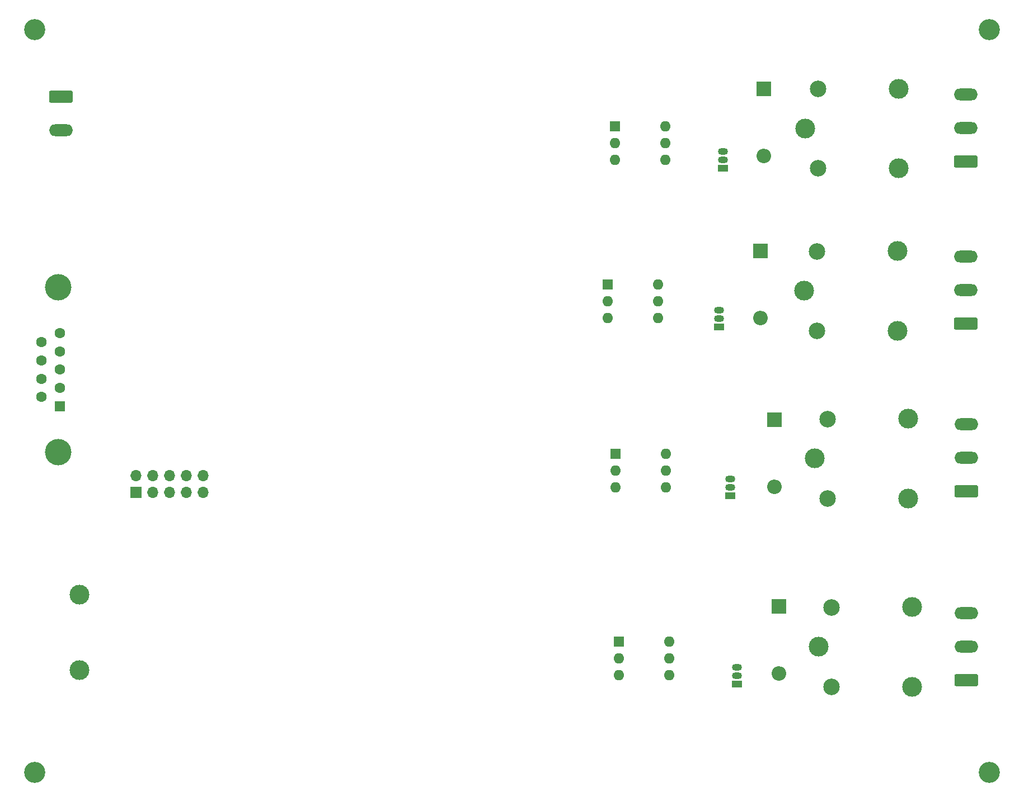
<source format=gbr>
%TF.GenerationSoftware,KiCad,Pcbnew,7.0.10*%
%TF.CreationDate,2025-05-21T01:52:54+02:00*%
%TF.ProjectId,LoadController,4c6f6164-436f-46e7-9472-6f6c6c65722e,rev?*%
%TF.SameCoordinates,Original*%
%TF.FileFunction,Soldermask,Bot*%
%TF.FilePolarity,Negative*%
%FSLAX46Y46*%
G04 Gerber Fmt 4.6, Leading zero omitted, Abs format (unit mm)*
G04 Created by KiCad (PCBNEW 7.0.10) date 2025-05-21 01:52:54*
%MOMM*%
%LPD*%
G01*
G04 APERTURE LIST*
G04 Aperture macros list*
%AMRoundRect*
0 Rectangle with rounded corners*
0 $1 Rounding radius*
0 $2 $3 $4 $5 $6 $7 $8 $9 X,Y pos of 4 corners*
0 Add a 4 corners polygon primitive as box body*
4,1,4,$2,$3,$4,$5,$6,$7,$8,$9,$2,$3,0*
0 Add four circle primitives for the rounded corners*
1,1,$1+$1,$2,$3*
1,1,$1+$1,$4,$5*
1,1,$1+$1,$6,$7*
1,1,$1+$1,$8,$9*
0 Add four rect primitives between the rounded corners*
20,1,$1+$1,$2,$3,$4,$5,0*
20,1,$1+$1,$4,$5,$6,$7,0*
20,1,$1+$1,$6,$7,$8,$9,0*
20,1,$1+$1,$8,$9,$2,$3,0*%
G04 Aperture macros list end*
%ADD10C,3.200000*%
%ADD11R,1.600000X1.600000*%
%ADD12O,1.600000X1.600000*%
%ADD13R,2.200000X2.200000*%
%ADD14O,2.200000X2.200000*%
%ADD15O,1.700000X1.700000*%
%ADD16R,1.700000X1.700000*%
%ADD17RoundRect,0.250000X1.550000X-0.650000X1.550000X0.650000X-1.550000X0.650000X-1.550000X-0.650000X0*%
%ADD18O,3.600000X1.800000*%
%ADD19R,1.500000X1.050000*%
%ADD20O,1.500000X1.050000*%
%ADD21C,3.000000*%
%ADD22C,2.500000*%
%ADD23C,4.000000*%
%ADD24C,1.600000*%
%ADD25RoundRect,0.250000X-1.550000X0.650000X-1.550000X-0.650000X1.550000X-0.650000X1.550000X0.650000X0*%
G04 APERTURE END LIST*
D10*
%TO.C,H4*%
X199125000Y-150750000D03*
%TD*%
%TO.C,H3*%
X54750000Y-150750000D03*
%TD*%
%TO.C,H2*%
X199125000Y-38250000D03*
%TD*%
%TO.C,H1*%
X54750000Y-38250000D03*
%TD*%
D11*
%TO.C,U4*%
X141399999Y-76879999D03*
D12*
X141399999Y-79419999D03*
X141399999Y-81959999D03*
X149019999Y-81959999D03*
X149019999Y-79419999D03*
X149019999Y-76879999D03*
%TD*%
D13*
%TO.C,D14*%
X167292500Y-125620000D03*
D14*
X167292500Y-135780000D03*
%TD*%
D15*
%TO.C,J3*%
X80197500Y-105835000D03*
X80197500Y-108375000D03*
X77657500Y-105835000D03*
X77657500Y-108375000D03*
X75117500Y-105835000D03*
X75117500Y-108375000D03*
X72577500Y-105835000D03*
X72577500Y-108375000D03*
X70037500Y-105835000D03*
D16*
X70037500Y-108375000D03*
%TD*%
D11*
%TO.C,U7*%
X143142500Y-130970000D03*
D12*
X143142500Y-133510000D03*
X143142500Y-136050000D03*
X150762500Y-136050000D03*
X150762500Y-133510000D03*
X150762500Y-130970000D03*
%TD*%
D17*
%TO.C,J5*%
X195592500Y-82805000D03*
D18*
X195592500Y-77725000D03*
X195592500Y-72645000D03*
%TD*%
D13*
%TO.C,D13*%
X166625000Y-97300000D03*
D14*
X166625000Y-107460000D03*
%TD*%
D11*
%TO.C,U6*%
X142605000Y-102465000D03*
D12*
X142605000Y-105005000D03*
X142605000Y-107545000D03*
X150225000Y-107545000D03*
X150225000Y-105005000D03*
X150225000Y-102465000D03*
%TD*%
D19*
%TO.C,Q1*%
X158224999Y-83274999D03*
D20*
X158224999Y-82004999D03*
X158224999Y-80734999D03*
%TD*%
D11*
%TO.C,U5*%
X142500000Y-52880000D03*
D12*
X142500000Y-55420000D03*
X142500000Y-57960000D03*
X150120000Y-57960000D03*
X150120000Y-55420000D03*
X150120000Y-52880000D03*
%TD*%
D14*
%TO.C,D10*%
X165000000Y-57335000D03*
D13*
X165000000Y-47175000D03*
%TD*%
D21*
%TO.C,K4*%
X173292500Y-131730000D03*
D22*
X175242500Y-137780000D03*
D21*
X187442500Y-137780000D03*
X187492500Y-125730000D03*
D22*
X175242500Y-125780000D03*
%TD*%
D21*
%TO.C,K3*%
X172700000Y-103180000D03*
D22*
X174650000Y-109230000D03*
D21*
X186850000Y-109230000D03*
X186900000Y-97180000D03*
D22*
X174650000Y-97230000D03*
%TD*%
D19*
%TO.C,Q4*%
X160967500Y-137360000D03*
D20*
X160967500Y-136090000D03*
X160967500Y-134820000D03*
%TD*%
D21*
%TO.C,K1*%
X171100000Y-77780000D03*
D22*
X173050000Y-83830000D03*
D21*
X185250000Y-83830000D03*
X185300000Y-71780000D03*
D22*
X173050000Y-71830000D03*
%TD*%
D23*
%TO.C,J4*%
X58250331Y-77235000D03*
X58250331Y-102235000D03*
D11*
X58550331Y-95275000D03*
D24*
X58550331Y-92505000D03*
X58550331Y-89735000D03*
X58550331Y-86965000D03*
X58550331Y-84195000D03*
X55710331Y-93890000D03*
X55710331Y-91120000D03*
X55710331Y-88350000D03*
X55710331Y-85580000D03*
%TD*%
D17*
%TO.C,J6*%
X195592500Y-58205000D03*
D18*
X195592500Y-53125000D03*
X195592500Y-48045000D03*
%TD*%
D17*
%TO.C,J7*%
X195692500Y-108205000D03*
D18*
X195692500Y-103125000D03*
X195692500Y-98045000D03*
%TD*%
D19*
%TO.C,Q2*%
X158875000Y-59245000D03*
D20*
X158875000Y-57975000D03*
X158875000Y-56705000D03*
%TD*%
D21*
%TO.C,J2*%
X61487500Y-135290000D03*
X61487500Y-123860000D03*
%TD*%
D25*
%TO.C,J1*%
X58707500Y-48415000D03*
D18*
X58707500Y-53495000D03*
%TD*%
D19*
%TO.C,Q3*%
X159925000Y-108845000D03*
D20*
X159925000Y-107575000D03*
X159925000Y-106305000D03*
%TD*%
D17*
%TO.C,J8*%
X195692500Y-136755000D03*
D18*
X195692500Y-131675000D03*
X195692500Y-126595000D03*
%TD*%
D13*
%TO.C,D9*%
X164550000Y-71725000D03*
D14*
X164550000Y-81885000D03*
%TD*%
D21*
%TO.C,K2*%
X171275000Y-53180000D03*
D22*
X173225000Y-59230000D03*
D21*
X185425000Y-59230000D03*
X185475000Y-47180000D03*
D22*
X173225000Y-47230000D03*
%TD*%
M02*

</source>
